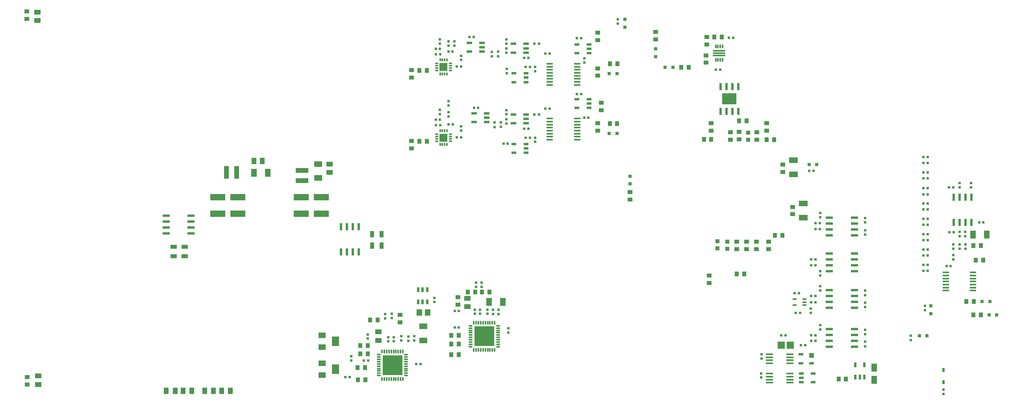
<source format=gbp>
G04*
G04 #@! TF.GenerationSoftware,Altium Limited,Altium Designer,22.8.2 (66)*
G04*
G04 Layer_Color=128*
%FSLAX25Y25*%
%MOIN*%
G70*
G04*
G04 #@! TF.SameCoordinates,3C8BE9B3-E5C5-456B-A35A-4EEED5C43101*
G04*
G04*
G04 #@! TF.FilePolarity,Positive*
G04*
G01*
G75*
%ADD33R,0.02362X0.04331*%
%ADD35R,0.05709X0.01772*%
%ADD36R,0.02362X0.06102*%
%ADD39R,0.03740X0.05512*%
%ADD40R,0.03543X0.03937*%
%ADD44O,0.01181X0.03347*%
%ADD47R,0.05906X0.05906*%
%ADD59R,0.02441X0.02362*%
%ADD70R,0.07087X0.04528*%
%ADD73R,0.02441X0.02441*%
%ADD77R,0.03740X0.03937*%
%ADD78R,0.03937X0.03543*%
%ADD79R,0.02441X0.02284*%
%ADD80R,0.05512X0.04134*%
%ADD81R,0.04134X0.05512*%
%ADD82R,0.04528X0.07087*%
%ADD85R,0.05512X0.03740*%
%ADD86R,0.02284X0.02441*%
%ADD89R,0.07087X0.04528*%
%ADD90R,0.03543X0.01575*%
%ADD91R,0.04528X0.07087*%
%ADD92R,0.03937X0.03740*%
%ADD95R,0.02441X0.02441*%
%ADD96R,0.04331X0.02362*%
%ADD209R,0.06299X0.07874*%
%ADD210R,0.06299X0.05118*%
%ADD212O,0.10827X0.01181*%
%ADD213R,0.02362X0.04134*%
%ADD214R,0.04921X0.02362*%
%ADD215R,0.03937X0.02362*%
%ADD216R,0.03937X0.03937*%
%ADD217R,0.05709X0.01772*%
%ADD218R,0.05906X0.01772*%
%ADD219R,0.12197X0.09488*%
%ADD220R,0.02362X0.06102*%
%ADD221R,0.01968X0.03543*%
%ADD222R,0.07284X0.04921*%
%ADD223R,0.03937X0.05709*%
%ADD224R,0.12992X0.05512*%
%ADD225O,0.01181X0.03543*%
%ADD226O,0.03543X0.01181*%
%ADD227R,0.16732X0.16732*%
%ADD228R,0.06890X0.06890*%
%ADD229O,0.01181X0.03150*%
%ADD230O,0.03150X0.01181*%
%ADD231R,0.03150X0.03150*%
%ADD232R,0.10630X0.03937*%
%ADD233R,0.04921X0.07087*%
%ADD234R,0.04528X0.05709*%
%ADD235R,0.06102X0.02362*%
%ADD236R,0.03740X0.03740*%
%ADD238R,0.03150X0.03150*%
%ADD239R,0.03937X0.10630*%
D33*
X718580Y45276D02*
D03*
X714840D02*
D03*
X711100D02*
D03*
Y55512D02*
D03*
X718580D02*
D03*
D35*
X787776Y133740D02*
D03*
Y131181D02*
D03*
Y128622D02*
D03*
Y126063D02*
D03*
Y123504D02*
D03*
Y120945D02*
D03*
Y118386D02*
D03*
X810610D02*
D03*
Y120945D02*
D03*
Y123504D02*
D03*
Y126063D02*
D03*
Y128622D02*
D03*
Y131181D02*
D03*
Y133740D02*
D03*
D36*
X794216Y197453D02*
D03*
X799216D02*
D03*
X804216D02*
D03*
X809216D02*
D03*
X794216Y176194D02*
D03*
X799216D02*
D03*
X804216D02*
D03*
X809216D02*
D03*
X290567Y151181D02*
D03*
X285567D02*
D03*
X280567D02*
D03*
X275567D02*
D03*
X290567Y172441D02*
D03*
X285567D02*
D03*
X280567D02*
D03*
X275567D02*
D03*
D39*
X309838Y156693D02*
D03*
X301964D02*
D03*
X309838Y166142D02*
D03*
X301964D02*
D03*
D40*
X819371Y144108D02*
D03*
X813071D02*
D03*
X617106Y132677D02*
D03*
X610807D02*
D03*
X649213Y165061D02*
D03*
X642913D02*
D03*
X635984Y246234D02*
D03*
X642283D02*
D03*
X618898Y262205D02*
D03*
X612598D02*
D03*
X598101Y333257D02*
D03*
X591802D02*
D03*
X298425Y72047D02*
D03*
X292126D02*
D03*
X298425Y64961D02*
D03*
X292126D02*
D03*
X289764Y53347D02*
D03*
X296063D02*
D03*
X290158Y42913D02*
D03*
X296457D02*
D03*
X563605Y307626D02*
D03*
X569904D02*
D03*
X811398Y109134D02*
D03*
X805098D02*
D03*
X817323Y98032D02*
D03*
X811024D02*
D03*
X817326Y156509D02*
D03*
X811027D02*
D03*
X368898Y80709D02*
D03*
X375197D02*
D03*
Y73228D02*
D03*
X368898D02*
D03*
X368898Y64173D02*
D03*
X375197D02*
D03*
X503186Y259967D02*
D03*
X509485D02*
D03*
X503292Y310617D02*
D03*
X509591D02*
D03*
D44*
X592835Y325186D02*
D03*
X594803D02*
D03*
X596772D02*
D03*
X598740D02*
D03*
Y313769D02*
D03*
X596772D02*
D03*
X594803D02*
D03*
X592835D02*
D03*
D47*
X656105Y72096D02*
D03*
X648231D02*
D03*
D59*
X359474Y331323D02*
D03*
Y327701D02*
D03*
Y271480D02*
D03*
Y267858D02*
D03*
D70*
X256299Y225590D02*
D03*
Y213779D02*
D03*
D73*
X681496Y134843D02*
D03*
Y131299D02*
D03*
X631314Y44734D02*
D03*
Y48277D02*
D03*
X681496Y85630D02*
D03*
Y89173D02*
D03*
X631599Y60876D02*
D03*
Y64419D02*
D03*
X681496Y122244D02*
D03*
Y118701D02*
D03*
Y180512D02*
D03*
Y184055D02*
D03*
X440158Y307833D02*
D03*
Y304289D02*
D03*
X377390Y313756D02*
D03*
Y317299D02*
D03*
X371654Y325882D02*
D03*
Y329425D02*
D03*
X481522Y311614D02*
D03*
Y315158D02*
D03*
X416142Y302559D02*
D03*
Y306102D02*
D03*
X415728Y327653D02*
D03*
Y331197D02*
D03*
X440158Y247990D02*
D03*
Y244447D02*
D03*
X377390Y253913D02*
D03*
Y257456D02*
D03*
X366760Y278835D02*
D03*
Y275291D02*
D03*
X415728Y267811D02*
D03*
Y271354D02*
D03*
X326772Y76181D02*
D03*
Y79724D02*
D03*
X337795D02*
D03*
Y76181D02*
D03*
X298425Y81299D02*
D03*
Y77756D02*
D03*
X320472Y78937D02*
D03*
Y75394D02*
D03*
X315748Y78937D02*
D03*
Y75394D02*
D03*
X332677Y79527D02*
D03*
Y75984D02*
D03*
X399606Y102362D02*
D03*
Y98819D02*
D03*
X388976Y102362D02*
D03*
Y98819D02*
D03*
X409055Y102165D02*
D03*
Y98622D02*
D03*
X404331Y102165D02*
D03*
Y98622D02*
D03*
X393310Y102364D02*
D03*
Y98820D02*
D03*
X354659Y108732D02*
D03*
Y112275D02*
D03*
D77*
X383071Y117323D02*
D03*
X389370D02*
D03*
X348425Y304880D02*
D03*
X342126D02*
D03*
X582835Y246496D02*
D03*
X589134D02*
D03*
X348425Y245037D02*
D03*
X342126D02*
D03*
X696851Y43520D02*
D03*
X703150D02*
D03*
X300336Y93466D02*
D03*
X306635D02*
D03*
X401281Y117078D02*
D03*
X394982D02*
D03*
D78*
X492913Y330709D02*
D03*
Y337008D02*
D03*
Y306693D02*
D03*
Y300394D02*
D03*
X335433Y305077D02*
D03*
Y298778D02*
D03*
X657874Y183071D02*
D03*
Y189370D02*
D03*
X610787Y153583D02*
D03*
Y159882D02*
D03*
X627323Y153583D02*
D03*
Y159882D02*
D03*
X619055Y153583D02*
D03*
Y159882D02*
D03*
X637520Y153583D02*
D03*
Y159882D02*
D03*
X589134Y253976D02*
D03*
Y260276D02*
D03*
X605276Y252402D02*
D03*
Y246102D02*
D03*
X635984Y260276D02*
D03*
Y253976D02*
D03*
X627716Y252402D02*
D03*
Y246102D02*
D03*
X612776Y246496D02*
D03*
Y252795D02*
D03*
X649606Y225197D02*
D03*
Y218898D02*
D03*
X496063Y271197D02*
D03*
Y277496D02*
D03*
X492913Y260236D02*
D03*
Y253937D02*
D03*
X335433Y245234D02*
D03*
Y238935D02*
D03*
X584742Y317717D02*
D03*
Y311417D02*
D03*
X520472Y195669D02*
D03*
Y201969D02*
D03*
X542008Y331209D02*
D03*
Y337508D02*
D03*
X585433Y326772D02*
D03*
Y333071D02*
D03*
X374803Y112992D02*
D03*
Y106693D02*
D03*
X9587Y348430D02*
D03*
Y354729D02*
D03*
X9843Y45276D02*
D03*
Y38976D02*
D03*
D79*
X719291Y179803D02*
D03*
Y176102D02*
D03*
Y165866D02*
D03*
Y169567D02*
D03*
Y118386D02*
D03*
Y114685D02*
D03*
Y81614D02*
D03*
Y85315D02*
D03*
X366634Y325850D02*
D03*
Y329551D02*
D03*
X415748Y319803D02*
D03*
Y323504D02*
D03*
X408661Y320748D02*
D03*
Y317047D02*
D03*
X403321Y320705D02*
D03*
Y317004D02*
D03*
X366634Y266008D02*
D03*
Y269709D02*
D03*
X415748Y259961D02*
D03*
Y263661D02*
D03*
X410866Y257087D02*
D03*
Y260787D02*
D03*
X405526Y257043D02*
D03*
Y260744D02*
D03*
X758040Y76513D02*
D03*
Y80214D02*
D03*
X785827Y34567D02*
D03*
Y30866D02*
D03*
X793901Y144816D02*
D03*
Y148516D02*
D03*
X804216Y153871D02*
D03*
Y157572D02*
D03*
X799216Y153871D02*
D03*
Y157572D02*
D03*
X793901Y153871D02*
D03*
Y157572D02*
D03*
X803940Y164501D02*
D03*
Y168201D02*
D03*
X799216Y164501D02*
D03*
Y168201D02*
D03*
X809059Y209540D02*
D03*
Y205839D02*
D03*
X799216D02*
D03*
Y209540D02*
D03*
X719291Y108150D02*
D03*
Y104449D02*
D03*
Y75079D02*
D03*
Y71378D02*
D03*
X318744Y98856D02*
D03*
Y95155D02*
D03*
X312894Y98701D02*
D03*
Y95000D02*
D03*
X389873Y121663D02*
D03*
Y125364D02*
D03*
X394598Y121663D02*
D03*
Y125364D02*
D03*
X673495Y103116D02*
D03*
Y99415D02*
D03*
X417323Y86543D02*
D03*
Y82842D02*
D03*
X509842Y344606D02*
D03*
Y348307D02*
D03*
X770027Y105534D02*
D03*
Y101833D02*
D03*
X284262Y59301D02*
D03*
Y63002D02*
D03*
D80*
X19291Y46063D02*
D03*
Y38976D02*
D03*
X307480Y76378D02*
D03*
Y83465D02*
D03*
X266142Y218504D02*
D03*
Y225590D02*
D03*
X382677Y104724D02*
D03*
Y111811D02*
D03*
X18643Y347249D02*
D03*
Y354335D02*
D03*
D81*
X209055Y228346D02*
D03*
X201969D02*
D03*
D82*
X201969Y218110D02*
D03*
X213779D02*
D03*
D85*
X133858Y147638D02*
D03*
Y155512D02*
D03*
X143307Y147638D02*
D03*
Y155512D02*
D03*
D86*
X282953Y45276D02*
D03*
X279252D02*
D03*
X768622Y179291D02*
D03*
X772323D02*
D03*
X768622Y166299D02*
D03*
X772323D02*
D03*
Y161181D02*
D03*
X768622D02*
D03*
X673740Y139764D02*
D03*
X677441D02*
D03*
X680984Y175591D02*
D03*
X677283D02*
D03*
Y170472D02*
D03*
X680984D02*
D03*
X673740Y113791D02*
D03*
X677441D02*
D03*
Y80709D02*
D03*
X673740D02*
D03*
X772323Y231654D02*
D03*
X768622D02*
D03*
X772323Y213543D02*
D03*
X768622D02*
D03*
X772323Y205276D02*
D03*
X768622D02*
D03*
Y187165D02*
D03*
X772323D02*
D03*
X652090Y80493D02*
D03*
X648390D02*
D03*
X768622Y140315D02*
D03*
X772323D02*
D03*
X768622Y153307D02*
D03*
X772323D02*
D03*
X768622Y226536D02*
D03*
X772323D02*
D03*
X768622Y218661D02*
D03*
X772323D02*
D03*
X768622Y199764D02*
D03*
X772323D02*
D03*
X768622Y192284D02*
D03*
X772323D02*
D03*
X768622Y174173D02*
D03*
X772323D02*
D03*
X768622Y148189D02*
D03*
X772323D02*
D03*
Y135197D02*
D03*
X768622D02*
D03*
X432008Y307874D02*
D03*
X435709D02*
D03*
X377390Y308185D02*
D03*
X373689D02*
D03*
X430630Y315527D02*
D03*
X434331D02*
D03*
X443189Y327404D02*
D03*
X439488D02*
D03*
X432008Y248031D02*
D03*
X435709D02*
D03*
X377390Y248342D02*
D03*
X373689D02*
D03*
X430630Y255685D02*
D03*
X434331D02*
D03*
X443189Y267561D02*
D03*
X439488D02*
D03*
X673740Y108661D02*
D03*
X677441D02*
D03*
X673740Y144750D02*
D03*
X677441D02*
D03*
X673701Y75923D02*
D03*
X677402D02*
D03*
X660563Y99449D02*
D03*
X664264D02*
D03*
X452244Y319291D02*
D03*
X448543D02*
D03*
X452244Y272441D02*
D03*
X448543D02*
D03*
X342992Y56280D02*
D03*
X339291D02*
D03*
X672005Y219842D02*
D03*
X675706D02*
D03*
D89*
X345276Y88189D02*
D03*
Y76378D02*
D03*
D90*
X659646Y111221D02*
D03*
Y106102D02*
D03*
X667913D02*
D03*
Y108661D02*
D03*
Y111221D02*
D03*
D91*
X400978Y108783D02*
D03*
X412789D02*
D03*
X810633Y165957D02*
D03*
X822444D02*
D03*
D92*
X587402Y131102D02*
D03*
Y124803D02*
D03*
X325794Y97992D02*
D03*
Y91693D02*
D03*
D95*
X668516Y72096D02*
D03*
X664972D02*
D03*
X370053Y320825D02*
D03*
X366510D02*
D03*
X384449Y333071D02*
D03*
X387992D02*
D03*
X359646Y318504D02*
D03*
X356102D02*
D03*
X355931Y323073D02*
D03*
X359474D02*
D03*
X478937Y332283D02*
D03*
X475394D02*
D03*
X370276Y259055D02*
D03*
X366732D02*
D03*
X481561Y264866D02*
D03*
X485104D02*
D03*
X391803Y273372D02*
D03*
X388259D02*
D03*
X416752Y242837D02*
D03*
X413209D02*
D03*
X359646Y258661D02*
D03*
X356102D02*
D03*
X355931Y263230D02*
D03*
X359474D02*
D03*
X478937Y285039D02*
D03*
X475394D02*
D03*
X298622Y59055D02*
D03*
X295079D02*
D03*
X593032Y305512D02*
D03*
X596575D02*
D03*
X604053Y332674D02*
D03*
X607597D02*
D03*
X794295Y167926D02*
D03*
X790752D02*
D03*
X793901Y205839D02*
D03*
X790358D02*
D03*
X815948Y176194D02*
D03*
X819492D02*
D03*
X788208Y139284D02*
D03*
X791752D02*
D03*
X371850Y87205D02*
D03*
X375394D02*
D03*
X371850Y101378D02*
D03*
X375394D02*
D03*
X659770Y116061D02*
D03*
X663313D02*
D03*
D96*
X665169Y40797D02*
D03*
Y44537D02*
D03*
Y48277D02*
D03*
X675406D02*
D03*
Y40797D02*
D03*
X432211Y302482D02*
D03*
Y298742D02*
D03*
Y295002D02*
D03*
X421974D02*
D03*
Y302482D02*
D03*
X485655Y327010D02*
D03*
Y323270D02*
D03*
Y319530D02*
D03*
X475419D02*
D03*
Y327010D02*
D03*
X421974Y242640D02*
D03*
Y235159D02*
D03*
X432211D02*
D03*
Y238900D02*
D03*
Y242640D02*
D03*
X485655Y280553D02*
D03*
Y276813D02*
D03*
Y273073D02*
D03*
X475419D02*
D03*
Y280553D02*
D03*
D209*
X271063Y51968D02*
D03*
Y75590D02*
D03*
D210*
X259646Y56968D02*
D03*
Y46968D02*
D03*
Y80590D02*
D03*
Y70591D02*
D03*
D212*
X595788Y321446D02*
D03*
Y319477D02*
D03*
Y317509D02*
D03*
D213*
X341078Y108729D02*
D03*
X344818D02*
D03*
X348558D02*
D03*
Y119359D02*
D03*
X344818D02*
D03*
X341078D02*
D03*
D214*
X398864Y268606D02*
D03*
Y264866D02*
D03*
Y261125D02*
D03*
X388234D02*
D03*
Y268606D02*
D03*
X421679Y327404D02*
D03*
Y319923D02*
D03*
X432309D02*
D03*
Y323663D02*
D03*
Y327404D02*
D03*
X384423Y328305D02*
D03*
Y320825D02*
D03*
X395053D02*
D03*
Y324565D02*
D03*
Y328305D02*
D03*
X421679Y267561D02*
D03*
Y260081D02*
D03*
X432309D02*
D03*
Y263821D02*
D03*
Y267561D02*
D03*
D215*
X664972Y64419D02*
D03*
Y56939D02*
D03*
X674027D02*
D03*
D216*
Y63632D02*
D03*
D217*
X475616Y264116D02*
D03*
Y261557D02*
D03*
Y258998D02*
D03*
Y256439D02*
D03*
Y253880D02*
D03*
Y251321D02*
D03*
Y248762D02*
D03*
Y246203D02*
D03*
X452388Y264116D02*
D03*
Y261557D02*
D03*
Y258998D02*
D03*
Y256439D02*
D03*
Y253880D02*
D03*
Y251321D02*
D03*
Y248762D02*
D03*
Y246203D02*
D03*
Y292659D02*
D03*
Y295219D02*
D03*
Y297778D02*
D03*
Y300337D02*
D03*
Y302896D02*
D03*
Y305455D02*
D03*
Y308014D02*
D03*
Y310573D02*
D03*
X475616Y292659D02*
D03*
Y295219D02*
D03*
Y297778D02*
D03*
Y300337D02*
D03*
Y302896D02*
D03*
Y305455D02*
D03*
Y308014D02*
D03*
Y310573D02*
D03*
D218*
X655720Y64517D02*
D03*
Y61958D02*
D03*
Y59399D02*
D03*
Y56840D02*
D03*
X638398D02*
D03*
Y59399D02*
D03*
Y61958D02*
D03*
Y64517D02*
D03*
X638407Y48104D02*
D03*
Y45545D02*
D03*
Y42985D02*
D03*
Y40426D02*
D03*
X655730D02*
D03*
Y42985D02*
D03*
Y45545D02*
D03*
Y48104D02*
D03*
D219*
X604390Y280748D02*
D03*
D220*
X611890Y291181D02*
D03*
X606890D02*
D03*
X601890D02*
D03*
X596890D02*
D03*
Y270315D02*
D03*
X601890D02*
D03*
X606890D02*
D03*
X611890D02*
D03*
D221*
X785827Y40945D02*
D03*
Y51181D02*
D03*
D222*
X658661Y228740D02*
D03*
Y216929D02*
D03*
X666929Y180315D02*
D03*
Y192126D02*
D03*
D223*
X127832Y33465D02*
D03*
X135312D02*
D03*
X167789D02*
D03*
X160309D02*
D03*
X182087D02*
D03*
X174606D02*
D03*
X141995D02*
D03*
X149476D02*
D03*
D224*
X241929Y197638D02*
D03*
X258858D02*
D03*
X241929Y183465D02*
D03*
X258858D02*
D03*
X188386D02*
D03*
X171457D02*
D03*
X188386Y197638D02*
D03*
X171457D02*
D03*
D225*
X405751Y91385D02*
D03*
X403783D02*
D03*
X401814D02*
D03*
X399846D02*
D03*
X397877D02*
D03*
X395909D02*
D03*
X393940D02*
D03*
X391972D02*
D03*
X390003D02*
D03*
X388035D02*
D03*
Y68157D02*
D03*
X390003D02*
D03*
X391972D02*
D03*
X393940D02*
D03*
X395909D02*
D03*
X397877D02*
D03*
X399846D02*
D03*
X401814D02*
D03*
X403783D02*
D03*
X405751D02*
D03*
X328051Y43701D02*
D03*
X326083D02*
D03*
X324114D02*
D03*
X322146D02*
D03*
X320177D02*
D03*
X318209D02*
D03*
X316240D02*
D03*
X314272D02*
D03*
X312303D02*
D03*
X310335D02*
D03*
Y66929D02*
D03*
X312303D02*
D03*
X314272D02*
D03*
X316240D02*
D03*
X318209D02*
D03*
X320177D02*
D03*
X322146D02*
D03*
X324114D02*
D03*
X326083D02*
D03*
X328051D02*
D03*
D226*
X385279Y88629D02*
D03*
Y86661D02*
D03*
Y84692D02*
D03*
Y82724D02*
D03*
Y80755D02*
D03*
Y78787D02*
D03*
Y76818D02*
D03*
Y74850D02*
D03*
Y72881D02*
D03*
Y70913D02*
D03*
X408507D02*
D03*
Y72881D02*
D03*
Y74850D02*
D03*
Y76818D02*
D03*
Y78787D02*
D03*
Y80755D02*
D03*
Y82724D02*
D03*
Y84692D02*
D03*
Y86661D02*
D03*
Y88629D02*
D03*
X330807Y64173D02*
D03*
Y62205D02*
D03*
Y60236D02*
D03*
Y58268D02*
D03*
Y56299D02*
D03*
Y54331D02*
D03*
Y52362D02*
D03*
Y50394D02*
D03*
Y48425D02*
D03*
Y46457D02*
D03*
X307579D02*
D03*
Y48425D02*
D03*
Y50394D02*
D03*
Y52362D02*
D03*
Y54331D02*
D03*
Y56299D02*
D03*
Y58268D02*
D03*
Y60236D02*
D03*
Y62205D02*
D03*
Y64173D02*
D03*
D227*
X396893Y79771D02*
D03*
X319193Y55315D02*
D03*
D228*
X362474Y247990D02*
D03*
Y307833D02*
D03*
D229*
X359522Y242085D02*
D03*
X361490D02*
D03*
X363459D02*
D03*
X365427D02*
D03*
Y253896D02*
D03*
X363459D02*
D03*
X361490D02*
D03*
X359522D02*
D03*
Y301927D02*
D03*
X361490D02*
D03*
X363459D02*
D03*
X365427D02*
D03*
Y313738D02*
D03*
X363459D02*
D03*
X361490D02*
D03*
X359522D02*
D03*
D230*
X368380Y245037D02*
D03*
Y247006D02*
D03*
Y248974D02*
D03*
Y250943D02*
D03*
X356569D02*
D03*
Y248974D02*
D03*
Y247006D02*
D03*
Y245037D02*
D03*
X368380Y304880D02*
D03*
Y306848D02*
D03*
Y308817D02*
D03*
Y310785D02*
D03*
X356569D02*
D03*
Y308817D02*
D03*
Y306848D02*
D03*
Y304880D02*
D03*
D231*
X671980Y225354D02*
D03*
X678476D02*
D03*
X556615Y307628D02*
D03*
X550119D02*
D03*
X765184Y80214D02*
D03*
X771680D02*
D03*
X824883Y109131D02*
D03*
X818387D02*
D03*
X830709Y98031D02*
D03*
X824213D02*
D03*
X509191Y251697D02*
D03*
X502695D02*
D03*
X509297Y302346D02*
D03*
X502801D02*
D03*
D232*
X242519Y220079D02*
D03*
Y211417D02*
D03*
D233*
X726990Y42908D02*
D03*
Y53144D02*
D03*
D234*
X349148Y99873D02*
D03*
X342061D02*
D03*
D235*
X688976Y165335D02*
D03*
Y170335D02*
D03*
Y175335D02*
D03*
Y180335D02*
D03*
X710236Y165335D02*
D03*
Y170335D02*
D03*
Y175335D02*
D03*
Y180335D02*
D03*
X710236Y149750D02*
D03*
Y144750D02*
D03*
Y139750D02*
D03*
Y134750D02*
D03*
X688976Y149750D02*
D03*
Y144750D02*
D03*
Y139750D02*
D03*
Y134750D02*
D03*
X688976Y103791D02*
D03*
Y108791D02*
D03*
Y113791D02*
D03*
Y118791D02*
D03*
X710236Y103791D02*
D03*
Y108791D02*
D03*
Y113791D02*
D03*
Y118791D02*
D03*
Y85884D02*
D03*
Y80884D02*
D03*
Y75884D02*
D03*
Y70884D02*
D03*
X688976Y85884D02*
D03*
Y80884D02*
D03*
Y75884D02*
D03*
Y70884D02*
D03*
X127559Y166909D02*
D03*
Y171909D02*
D03*
Y176909D02*
D03*
Y181909D02*
D03*
X148819Y166909D02*
D03*
Y171909D02*
D03*
Y176909D02*
D03*
Y181909D02*
D03*
D236*
X594252Y160079D02*
D03*
Y154173D02*
D03*
X602520Y153976D02*
D03*
Y159882D02*
D03*
X620236Y246299D02*
D03*
Y252205D02*
D03*
D238*
X542008Y323138D02*
D03*
Y316642D02*
D03*
X520472Y208858D02*
D03*
Y215354D02*
D03*
X516139Y348129D02*
D03*
Y341633D02*
D03*
X775156Y105478D02*
D03*
Y98982D02*
D03*
D239*
X187393Y218677D02*
D03*
X178732D02*
D03*
M02*

</source>
